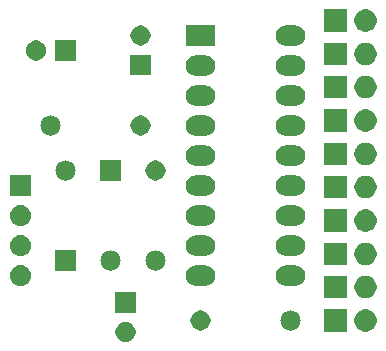
<source format=gbr>
G04 #@! TF.GenerationSoftware,KiCad,Pcbnew,(5.1.4-0-10_14)*
G04 #@! TF.CreationDate,2019-08-30T09:08:26-07:00*
G04 #@! TF.ProjectId,VUMeter,56554d65-7465-4722-9e6b-696361645f70,rev?*
G04 #@! TF.SameCoordinates,Original*
G04 #@! TF.FileFunction,Soldermask,Top*
G04 #@! TF.FilePolarity,Negative*
%FSLAX46Y46*%
G04 Gerber Fmt 4.6, Leading zero omitted, Abs format (unit mm)*
G04 Created by KiCad (PCBNEW (5.1.4-0-10_14)) date 2019-08-30 09:08:26*
%MOMM*%
%LPD*%
G04 APERTURE LIST*
%ADD10C,0.100000*%
G04 APERTURE END LIST*
D10*
G36*
X76448228Y-96677703D02*
G01*
X76603100Y-96741853D01*
X76742481Y-96834985D01*
X76861015Y-96953519D01*
X76954147Y-97092900D01*
X77018297Y-97247772D01*
X77051000Y-97412184D01*
X77051000Y-97579816D01*
X77018297Y-97744228D01*
X76954147Y-97899100D01*
X76861015Y-98038481D01*
X76742481Y-98157015D01*
X76603100Y-98250147D01*
X76448228Y-98314297D01*
X76283816Y-98347000D01*
X76116184Y-98347000D01*
X75951772Y-98314297D01*
X75796900Y-98250147D01*
X75657519Y-98157015D01*
X75538985Y-98038481D01*
X75445853Y-97899100D01*
X75381703Y-97744228D01*
X75349000Y-97579816D01*
X75349000Y-97412184D01*
X75381703Y-97247772D01*
X75445853Y-97092900D01*
X75538985Y-96953519D01*
X75657519Y-96834985D01*
X75796900Y-96741853D01*
X75951772Y-96677703D01*
X76116184Y-96645000D01*
X76283816Y-96645000D01*
X76448228Y-96677703D01*
X76448228Y-96677703D01*
G37*
G36*
X96797395Y-95605546D02*
G01*
X96970466Y-95677234D01*
X96976572Y-95681314D01*
X97126227Y-95781310D01*
X97258690Y-95913773D01*
X97301284Y-95977520D01*
X97362766Y-96069534D01*
X97434454Y-96242605D01*
X97471000Y-96426333D01*
X97471000Y-96613667D01*
X97434454Y-96797395D01*
X97362766Y-96970466D01*
X97362765Y-96970467D01*
X97258690Y-97126227D01*
X97126227Y-97258690D01*
X97103092Y-97274148D01*
X96970466Y-97362766D01*
X96797395Y-97434454D01*
X96613667Y-97471000D01*
X96426333Y-97471000D01*
X96242605Y-97434454D01*
X96069534Y-97362766D01*
X95936908Y-97274148D01*
X95913773Y-97258690D01*
X95781310Y-97126227D01*
X95677235Y-96970467D01*
X95677234Y-96970466D01*
X95605546Y-96797395D01*
X95569000Y-96613667D01*
X95569000Y-96426333D01*
X95605546Y-96242605D01*
X95677234Y-96069534D01*
X95738716Y-95977520D01*
X95781310Y-95913773D01*
X95913773Y-95781310D01*
X96063428Y-95681314D01*
X96069534Y-95677234D01*
X96242605Y-95605546D01*
X96426333Y-95569000D01*
X96613667Y-95569000D01*
X96797395Y-95605546D01*
X96797395Y-95605546D01*
G37*
G36*
X94931000Y-97471000D02*
G01*
X93029000Y-97471000D01*
X93029000Y-95569000D01*
X94931000Y-95569000D01*
X94931000Y-97471000D01*
X94931000Y-97471000D01*
G37*
G36*
X90336823Y-95681313D02*
G01*
X90497242Y-95729976D01*
X90564361Y-95765852D01*
X90645078Y-95808996D01*
X90774659Y-95915341D01*
X90881004Y-96044922D01*
X90881005Y-96044924D01*
X90960024Y-96192758D01*
X91008687Y-96353177D01*
X91025117Y-96520000D01*
X91008687Y-96686823D01*
X90960024Y-96847242D01*
X90919477Y-96923100D01*
X90881004Y-96995078D01*
X90774659Y-97124659D01*
X90645078Y-97231004D01*
X90645076Y-97231005D01*
X90497242Y-97310024D01*
X90336823Y-97358687D01*
X90211804Y-97371000D01*
X90128196Y-97371000D01*
X90003177Y-97358687D01*
X89842758Y-97310024D01*
X89694924Y-97231005D01*
X89694922Y-97231004D01*
X89565341Y-97124659D01*
X89458996Y-96995078D01*
X89420523Y-96923100D01*
X89379976Y-96847242D01*
X89331313Y-96686823D01*
X89314883Y-96520000D01*
X89331313Y-96353177D01*
X89379976Y-96192758D01*
X89458995Y-96044924D01*
X89458996Y-96044922D01*
X89565341Y-95915341D01*
X89694922Y-95808996D01*
X89775639Y-95765852D01*
X89842758Y-95729976D01*
X90003177Y-95681313D01*
X90128196Y-95669000D01*
X90211804Y-95669000D01*
X90336823Y-95681313D01*
X90336823Y-95681313D01*
G37*
G36*
X82798228Y-95701703D02*
G01*
X82953100Y-95765853D01*
X83092481Y-95858985D01*
X83211015Y-95977519D01*
X83304147Y-96116900D01*
X83368297Y-96271772D01*
X83401000Y-96436184D01*
X83401000Y-96603816D01*
X83368297Y-96768228D01*
X83304147Y-96923100D01*
X83211015Y-97062481D01*
X83092481Y-97181015D01*
X82953100Y-97274147D01*
X82798228Y-97338297D01*
X82633816Y-97371000D01*
X82466184Y-97371000D01*
X82301772Y-97338297D01*
X82146900Y-97274147D01*
X82007519Y-97181015D01*
X81888985Y-97062481D01*
X81795853Y-96923100D01*
X81731703Y-96768228D01*
X81699000Y-96603816D01*
X81699000Y-96436184D01*
X81731703Y-96271772D01*
X81795853Y-96116900D01*
X81888985Y-95977519D01*
X82007519Y-95858985D01*
X82146900Y-95765853D01*
X82301772Y-95701703D01*
X82466184Y-95669000D01*
X82633816Y-95669000D01*
X82798228Y-95701703D01*
X82798228Y-95701703D01*
G37*
G36*
X77051000Y-95847000D02*
G01*
X75349000Y-95847000D01*
X75349000Y-94145000D01*
X77051000Y-94145000D01*
X77051000Y-95847000D01*
X77051000Y-95847000D01*
G37*
G36*
X94931000Y-94648776D02*
G01*
X93029000Y-94648776D01*
X93029000Y-92746776D01*
X94931000Y-92746776D01*
X94931000Y-94648776D01*
X94931000Y-94648776D01*
G37*
G36*
X96797395Y-92783322D02*
G01*
X96970466Y-92855010D01*
X96970467Y-92855011D01*
X97126227Y-92959086D01*
X97258690Y-93091549D01*
X97258691Y-93091551D01*
X97362766Y-93247310D01*
X97434454Y-93420381D01*
X97471000Y-93604109D01*
X97471000Y-93791443D01*
X97434454Y-93975171D01*
X97362766Y-94148242D01*
X97362765Y-94148243D01*
X97258690Y-94304003D01*
X97126227Y-94436466D01*
X97047818Y-94488857D01*
X96970466Y-94540542D01*
X96797395Y-94612230D01*
X96613667Y-94648776D01*
X96426333Y-94648776D01*
X96242605Y-94612230D01*
X96069534Y-94540542D01*
X95992182Y-94488857D01*
X95913773Y-94436466D01*
X95781310Y-94304003D01*
X95677235Y-94148243D01*
X95677234Y-94148242D01*
X95605546Y-93975171D01*
X95569000Y-93791443D01*
X95569000Y-93604109D01*
X95605546Y-93420381D01*
X95677234Y-93247310D01*
X95781309Y-93091551D01*
X95781310Y-93091549D01*
X95913773Y-92959086D01*
X96069533Y-92855011D01*
X96069534Y-92855010D01*
X96242605Y-92783322D01*
X96426333Y-92746776D01*
X96613667Y-92746776D01*
X96797395Y-92783322D01*
X96797395Y-92783322D01*
G37*
G36*
X67420442Y-91815518D02*
G01*
X67486627Y-91822037D01*
X67656466Y-91873557D01*
X67812991Y-91957222D01*
X67848729Y-91986552D01*
X67950186Y-92069814D01*
X68033448Y-92171271D01*
X68062778Y-92207009D01*
X68146443Y-92363534D01*
X68197963Y-92533373D01*
X68215359Y-92710000D01*
X68197963Y-92886627D01*
X68146443Y-93056466D01*
X68062778Y-93212991D01*
X68034614Y-93247309D01*
X67950186Y-93350186D01*
X67848729Y-93433448D01*
X67812991Y-93462778D01*
X67656466Y-93546443D01*
X67486627Y-93597963D01*
X67424225Y-93604109D01*
X67354260Y-93611000D01*
X67265740Y-93611000D01*
X67195775Y-93604109D01*
X67133373Y-93597963D01*
X66963534Y-93546443D01*
X66807009Y-93462778D01*
X66771271Y-93433448D01*
X66669814Y-93350186D01*
X66585386Y-93247309D01*
X66557222Y-93212991D01*
X66473557Y-93056466D01*
X66422037Y-92886627D01*
X66404641Y-92710000D01*
X66422037Y-92533373D01*
X66473557Y-92363534D01*
X66557222Y-92207009D01*
X66586552Y-92171271D01*
X66669814Y-92069814D01*
X66771271Y-91986552D01*
X66807009Y-91957222D01*
X66963534Y-91873557D01*
X67133373Y-91822037D01*
X67199558Y-91815518D01*
X67265740Y-91809000D01*
X67354260Y-91809000D01*
X67420442Y-91815518D01*
X67420442Y-91815518D01*
G37*
G36*
X90736823Y-91871313D02*
G01*
X90897242Y-91919976D01*
X90966922Y-91957221D01*
X91045078Y-91998996D01*
X91174659Y-92105341D01*
X91281004Y-92234922D01*
X91281005Y-92234924D01*
X91360024Y-92382758D01*
X91408687Y-92543177D01*
X91425117Y-92710000D01*
X91408687Y-92876823D01*
X91360024Y-93037242D01*
X91349747Y-93056468D01*
X91281004Y-93185078D01*
X91174659Y-93314659D01*
X91045078Y-93421004D01*
X91045076Y-93421005D01*
X90897242Y-93500024D01*
X90736823Y-93548687D01*
X90611804Y-93561000D01*
X89728196Y-93561000D01*
X89603177Y-93548687D01*
X89442758Y-93500024D01*
X89294924Y-93421005D01*
X89294922Y-93421004D01*
X89165341Y-93314659D01*
X89058996Y-93185078D01*
X88990253Y-93056468D01*
X88979976Y-93037242D01*
X88931313Y-92876823D01*
X88914883Y-92710000D01*
X88931313Y-92543177D01*
X88979976Y-92382758D01*
X89058995Y-92234924D01*
X89058996Y-92234922D01*
X89165341Y-92105341D01*
X89294922Y-91998996D01*
X89373078Y-91957221D01*
X89442758Y-91919976D01*
X89603177Y-91871313D01*
X89728196Y-91859000D01*
X90611804Y-91859000D01*
X90736823Y-91871313D01*
X90736823Y-91871313D01*
G37*
G36*
X83116823Y-91871313D02*
G01*
X83277242Y-91919976D01*
X83346922Y-91957221D01*
X83425078Y-91998996D01*
X83554659Y-92105341D01*
X83661004Y-92234922D01*
X83661005Y-92234924D01*
X83740024Y-92382758D01*
X83788687Y-92543177D01*
X83805117Y-92710000D01*
X83788687Y-92876823D01*
X83740024Y-93037242D01*
X83729747Y-93056468D01*
X83661004Y-93185078D01*
X83554659Y-93314659D01*
X83425078Y-93421004D01*
X83425076Y-93421005D01*
X83277242Y-93500024D01*
X83116823Y-93548687D01*
X82991804Y-93561000D01*
X82108196Y-93561000D01*
X81983177Y-93548687D01*
X81822758Y-93500024D01*
X81674924Y-93421005D01*
X81674922Y-93421004D01*
X81545341Y-93314659D01*
X81438996Y-93185078D01*
X81370253Y-93056468D01*
X81359976Y-93037242D01*
X81311313Y-92876823D01*
X81294883Y-92710000D01*
X81311313Y-92543177D01*
X81359976Y-92382758D01*
X81438995Y-92234924D01*
X81438996Y-92234922D01*
X81545341Y-92105341D01*
X81674922Y-91998996D01*
X81753078Y-91957221D01*
X81822758Y-91919976D01*
X81983177Y-91871313D01*
X82108196Y-91859000D01*
X82991804Y-91859000D01*
X83116823Y-91871313D01*
X83116823Y-91871313D01*
G37*
G36*
X78906823Y-90601313D02*
G01*
X79067242Y-90649976D01*
X79199906Y-90720886D01*
X79215078Y-90728996D01*
X79344659Y-90835341D01*
X79451004Y-90964922D01*
X79451005Y-90964924D01*
X79530024Y-91112758D01*
X79578687Y-91273177D01*
X79595117Y-91440000D01*
X79578687Y-91606823D01*
X79530024Y-91767242D01*
X79500735Y-91822037D01*
X79451004Y-91915078D01*
X79344659Y-92044659D01*
X79215078Y-92151004D01*
X79215076Y-92151005D01*
X79067242Y-92230024D01*
X78906823Y-92278687D01*
X78781804Y-92291000D01*
X78698196Y-92291000D01*
X78573177Y-92278687D01*
X78412758Y-92230024D01*
X78264924Y-92151005D01*
X78264922Y-92151004D01*
X78135341Y-92044659D01*
X78028996Y-91915078D01*
X77979265Y-91822037D01*
X77949976Y-91767242D01*
X77901313Y-91606823D01*
X77884883Y-91440000D01*
X77901313Y-91273177D01*
X77949976Y-91112758D01*
X78028995Y-90964924D01*
X78028996Y-90964922D01*
X78135341Y-90835341D01*
X78264922Y-90728996D01*
X78280094Y-90720886D01*
X78412758Y-90649976D01*
X78573177Y-90601313D01*
X78698196Y-90589000D01*
X78781804Y-90589000D01*
X78906823Y-90601313D01*
X78906823Y-90601313D01*
G37*
G36*
X75096823Y-90601313D02*
G01*
X75257242Y-90649976D01*
X75389906Y-90720886D01*
X75405078Y-90728996D01*
X75534659Y-90835341D01*
X75641004Y-90964922D01*
X75641005Y-90964924D01*
X75720024Y-91112758D01*
X75768687Y-91273177D01*
X75785117Y-91440000D01*
X75768687Y-91606823D01*
X75720024Y-91767242D01*
X75690735Y-91822037D01*
X75641004Y-91915078D01*
X75534659Y-92044659D01*
X75405078Y-92151004D01*
X75405076Y-92151005D01*
X75257242Y-92230024D01*
X75096823Y-92278687D01*
X74971804Y-92291000D01*
X74888196Y-92291000D01*
X74763177Y-92278687D01*
X74602758Y-92230024D01*
X74454924Y-92151005D01*
X74454922Y-92151004D01*
X74325341Y-92044659D01*
X74218996Y-91915078D01*
X74169265Y-91822037D01*
X74139976Y-91767242D01*
X74091313Y-91606823D01*
X74074883Y-91440000D01*
X74091313Y-91273177D01*
X74139976Y-91112758D01*
X74218995Y-90964924D01*
X74218996Y-90964922D01*
X74325341Y-90835341D01*
X74454922Y-90728996D01*
X74470094Y-90720886D01*
X74602758Y-90649976D01*
X74763177Y-90601313D01*
X74888196Y-90589000D01*
X74971804Y-90589000D01*
X75096823Y-90601313D01*
X75096823Y-90601313D01*
G37*
G36*
X71971000Y-92291000D02*
G01*
X70269000Y-92291000D01*
X70269000Y-90589000D01*
X71971000Y-90589000D01*
X71971000Y-92291000D01*
X71971000Y-92291000D01*
G37*
G36*
X94931000Y-91826554D02*
G01*
X93029000Y-91826554D01*
X93029000Y-89924554D01*
X94931000Y-89924554D01*
X94931000Y-91826554D01*
X94931000Y-91826554D01*
G37*
G36*
X96797395Y-89961100D02*
G01*
X96970466Y-90032788D01*
X96970467Y-90032789D01*
X97126227Y-90136864D01*
X97258690Y-90269327D01*
X97310339Y-90346625D01*
X97362766Y-90425088D01*
X97434454Y-90598159D01*
X97471000Y-90781887D01*
X97471000Y-90969221D01*
X97434454Y-91152949D01*
X97362766Y-91326020D01*
X97362765Y-91326021D01*
X97258690Y-91481781D01*
X97126227Y-91614244D01*
X97047818Y-91666635D01*
X96970466Y-91718320D01*
X96797395Y-91790008D01*
X96613667Y-91826554D01*
X96426333Y-91826554D01*
X96242605Y-91790008D01*
X96069534Y-91718320D01*
X95992182Y-91666635D01*
X95913773Y-91614244D01*
X95781310Y-91481781D01*
X95677235Y-91326021D01*
X95677234Y-91326020D01*
X95605546Y-91152949D01*
X95569000Y-90969221D01*
X95569000Y-90781887D01*
X95605546Y-90598159D01*
X95677234Y-90425088D01*
X95729661Y-90346625D01*
X95781310Y-90269327D01*
X95913773Y-90136864D01*
X96069533Y-90032789D01*
X96069534Y-90032788D01*
X96242605Y-89961100D01*
X96426333Y-89924554D01*
X96613667Y-89924554D01*
X96797395Y-89961100D01*
X96797395Y-89961100D01*
G37*
G36*
X67420443Y-89275519D02*
G01*
X67486627Y-89282037D01*
X67656466Y-89333557D01*
X67812991Y-89417222D01*
X67848729Y-89446552D01*
X67950186Y-89529814D01*
X68033448Y-89631271D01*
X68062778Y-89667009D01*
X68146443Y-89823534D01*
X68197963Y-89993373D01*
X68215359Y-90170000D01*
X68197963Y-90346627D01*
X68146443Y-90516466D01*
X68062778Y-90672991D01*
X68033448Y-90708729D01*
X67950186Y-90810186D01*
X67848729Y-90893448D01*
X67812991Y-90922778D01*
X67656466Y-91006443D01*
X67486627Y-91057963D01*
X67420442Y-91064482D01*
X67354260Y-91071000D01*
X67265740Y-91071000D01*
X67199558Y-91064482D01*
X67133373Y-91057963D01*
X66963534Y-91006443D01*
X66807009Y-90922778D01*
X66771271Y-90893448D01*
X66669814Y-90810186D01*
X66586552Y-90708729D01*
X66557222Y-90672991D01*
X66473557Y-90516466D01*
X66422037Y-90346627D01*
X66404641Y-90170000D01*
X66422037Y-89993373D01*
X66473557Y-89823534D01*
X66557222Y-89667009D01*
X66586552Y-89631271D01*
X66669814Y-89529814D01*
X66771271Y-89446552D01*
X66807009Y-89417222D01*
X66963534Y-89333557D01*
X67133373Y-89282037D01*
X67199557Y-89275519D01*
X67265740Y-89269000D01*
X67354260Y-89269000D01*
X67420443Y-89275519D01*
X67420443Y-89275519D01*
G37*
G36*
X90736823Y-89331313D02*
G01*
X90897242Y-89379976D01*
X90966922Y-89417221D01*
X91045078Y-89458996D01*
X91174659Y-89565341D01*
X91281004Y-89694922D01*
X91281005Y-89694924D01*
X91360024Y-89842758D01*
X91408687Y-90003177D01*
X91425117Y-90170000D01*
X91408687Y-90336823D01*
X91360024Y-90497242D01*
X91349747Y-90516468D01*
X91281004Y-90645078D01*
X91174659Y-90774659D01*
X91045078Y-90881004D01*
X91045076Y-90881005D01*
X90897242Y-90960024D01*
X90736823Y-91008687D01*
X90611804Y-91021000D01*
X89728196Y-91021000D01*
X89603177Y-91008687D01*
X89442758Y-90960024D01*
X89294924Y-90881005D01*
X89294922Y-90881004D01*
X89165341Y-90774659D01*
X89058996Y-90645078D01*
X88990253Y-90516468D01*
X88979976Y-90497242D01*
X88931313Y-90336823D01*
X88914883Y-90170000D01*
X88931313Y-90003177D01*
X88979976Y-89842758D01*
X89058995Y-89694924D01*
X89058996Y-89694922D01*
X89165341Y-89565341D01*
X89294922Y-89458996D01*
X89373078Y-89417221D01*
X89442758Y-89379976D01*
X89603177Y-89331313D01*
X89728196Y-89319000D01*
X90611804Y-89319000D01*
X90736823Y-89331313D01*
X90736823Y-89331313D01*
G37*
G36*
X83116823Y-89331313D02*
G01*
X83277242Y-89379976D01*
X83346922Y-89417221D01*
X83425078Y-89458996D01*
X83554659Y-89565341D01*
X83661004Y-89694922D01*
X83661005Y-89694924D01*
X83740024Y-89842758D01*
X83788687Y-90003177D01*
X83805117Y-90170000D01*
X83788687Y-90336823D01*
X83740024Y-90497242D01*
X83729747Y-90516468D01*
X83661004Y-90645078D01*
X83554659Y-90774659D01*
X83425078Y-90881004D01*
X83425076Y-90881005D01*
X83277242Y-90960024D01*
X83116823Y-91008687D01*
X82991804Y-91021000D01*
X82108196Y-91021000D01*
X81983177Y-91008687D01*
X81822758Y-90960024D01*
X81674924Y-90881005D01*
X81674922Y-90881004D01*
X81545341Y-90774659D01*
X81438996Y-90645078D01*
X81370253Y-90516468D01*
X81359976Y-90497242D01*
X81311313Y-90336823D01*
X81294883Y-90170000D01*
X81311313Y-90003177D01*
X81359976Y-89842758D01*
X81438995Y-89694924D01*
X81438996Y-89694922D01*
X81545341Y-89565341D01*
X81674922Y-89458996D01*
X81753078Y-89417221D01*
X81822758Y-89379976D01*
X81983177Y-89331313D01*
X82108196Y-89319000D01*
X82991804Y-89319000D01*
X83116823Y-89331313D01*
X83116823Y-89331313D01*
G37*
G36*
X94931000Y-89004332D02*
G01*
X93029000Y-89004332D01*
X93029000Y-87102332D01*
X94931000Y-87102332D01*
X94931000Y-89004332D01*
X94931000Y-89004332D01*
G37*
G36*
X96797395Y-87138878D02*
G01*
X96970466Y-87210566D01*
X96970467Y-87210567D01*
X97126227Y-87314642D01*
X97258690Y-87447105D01*
X97269429Y-87463177D01*
X97362766Y-87602866D01*
X97434454Y-87775937D01*
X97471000Y-87959665D01*
X97471000Y-88146999D01*
X97434454Y-88330727D01*
X97362766Y-88503798D01*
X97362765Y-88503799D01*
X97258690Y-88659559D01*
X97126227Y-88792022D01*
X97047818Y-88844413D01*
X96970466Y-88896098D01*
X96797395Y-88967786D01*
X96613667Y-89004332D01*
X96426333Y-89004332D01*
X96242605Y-88967786D01*
X96069534Y-88896098D01*
X95992182Y-88844413D01*
X95913773Y-88792022D01*
X95781310Y-88659559D01*
X95677235Y-88503799D01*
X95677234Y-88503798D01*
X95605546Y-88330727D01*
X95569000Y-88146999D01*
X95569000Y-87959665D01*
X95605546Y-87775937D01*
X95677234Y-87602866D01*
X95770571Y-87463177D01*
X95781310Y-87447105D01*
X95913773Y-87314642D01*
X96069533Y-87210567D01*
X96069534Y-87210566D01*
X96242605Y-87138878D01*
X96426333Y-87102332D01*
X96613667Y-87102332D01*
X96797395Y-87138878D01*
X96797395Y-87138878D01*
G37*
G36*
X67420442Y-86735518D02*
G01*
X67486627Y-86742037D01*
X67656466Y-86793557D01*
X67812991Y-86877222D01*
X67848729Y-86906552D01*
X67950186Y-86989814D01*
X68033448Y-87091271D01*
X68062778Y-87127009D01*
X68146443Y-87283534D01*
X68197963Y-87453373D01*
X68215359Y-87630000D01*
X68197963Y-87806627D01*
X68146443Y-87976466D01*
X68062778Y-88132991D01*
X68033448Y-88168729D01*
X67950186Y-88270186D01*
X67848729Y-88353448D01*
X67812991Y-88382778D01*
X67656466Y-88466443D01*
X67486627Y-88517963D01*
X67420442Y-88524482D01*
X67354260Y-88531000D01*
X67265740Y-88531000D01*
X67199558Y-88524482D01*
X67133373Y-88517963D01*
X66963534Y-88466443D01*
X66807009Y-88382778D01*
X66771271Y-88353448D01*
X66669814Y-88270186D01*
X66586552Y-88168729D01*
X66557222Y-88132991D01*
X66473557Y-87976466D01*
X66422037Y-87806627D01*
X66404641Y-87630000D01*
X66422037Y-87453373D01*
X66473557Y-87283534D01*
X66557222Y-87127009D01*
X66586552Y-87091271D01*
X66669814Y-86989814D01*
X66771271Y-86906552D01*
X66807009Y-86877222D01*
X66963534Y-86793557D01*
X67133373Y-86742037D01*
X67199558Y-86735518D01*
X67265740Y-86729000D01*
X67354260Y-86729000D01*
X67420442Y-86735518D01*
X67420442Y-86735518D01*
G37*
G36*
X83116823Y-86791313D02*
G01*
X83277242Y-86839976D01*
X83346922Y-86877221D01*
X83425078Y-86918996D01*
X83554659Y-87025341D01*
X83661004Y-87154922D01*
X83661005Y-87154924D01*
X83740024Y-87302758D01*
X83788687Y-87463177D01*
X83805117Y-87630000D01*
X83788687Y-87796823D01*
X83740024Y-87957242D01*
X83729747Y-87976468D01*
X83661004Y-88105078D01*
X83554659Y-88234659D01*
X83425078Y-88341004D01*
X83425076Y-88341005D01*
X83277242Y-88420024D01*
X83116823Y-88468687D01*
X82991804Y-88481000D01*
X82108196Y-88481000D01*
X81983177Y-88468687D01*
X81822758Y-88420024D01*
X81674924Y-88341005D01*
X81674922Y-88341004D01*
X81545341Y-88234659D01*
X81438996Y-88105078D01*
X81370253Y-87976468D01*
X81359976Y-87957242D01*
X81311313Y-87796823D01*
X81294883Y-87630000D01*
X81311313Y-87463177D01*
X81359976Y-87302758D01*
X81438995Y-87154924D01*
X81438996Y-87154922D01*
X81545341Y-87025341D01*
X81674922Y-86918996D01*
X81753078Y-86877221D01*
X81822758Y-86839976D01*
X81983177Y-86791313D01*
X82108196Y-86779000D01*
X82991804Y-86779000D01*
X83116823Y-86791313D01*
X83116823Y-86791313D01*
G37*
G36*
X90736823Y-86791313D02*
G01*
X90897242Y-86839976D01*
X90966922Y-86877221D01*
X91045078Y-86918996D01*
X91174659Y-87025341D01*
X91281004Y-87154922D01*
X91281005Y-87154924D01*
X91360024Y-87302758D01*
X91408687Y-87463177D01*
X91425117Y-87630000D01*
X91408687Y-87796823D01*
X91360024Y-87957242D01*
X91349747Y-87976468D01*
X91281004Y-88105078D01*
X91174659Y-88234659D01*
X91045078Y-88341004D01*
X91045076Y-88341005D01*
X90897242Y-88420024D01*
X90736823Y-88468687D01*
X90611804Y-88481000D01*
X89728196Y-88481000D01*
X89603177Y-88468687D01*
X89442758Y-88420024D01*
X89294924Y-88341005D01*
X89294922Y-88341004D01*
X89165341Y-88234659D01*
X89058996Y-88105078D01*
X88990253Y-87976468D01*
X88979976Y-87957242D01*
X88931313Y-87796823D01*
X88914883Y-87630000D01*
X88931313Y-87463177D01*
X88979976Y-87302758D01*
X89058995Y-87154924D01*
X89058996Y-87154922D01*
X89165341Y-87025341D01*
X89294922Y-86918996D01*
X89373078Y-86877221D01*
X89442758Y-86839976D01*
X89603177Y-86791313D01*
X89728196Y-86779000D01*
X90611804Y-86779000D01*
X90736823Y-86791313D01*
X90736823Y-86791313D01*
G37*
G36*
X96797395Y-84316656D02*
G01*
X96970466Y-84388344D01*
X96970467Y-84388345D01*
X97126227Y-84492420D01*
X97258690Y-84624883D01*
X97267653Y-84638297D01*
X97362766Y-84780644D01*
X97434454Y-84953715D01*
X97471000Y-85137443D01*
X97471000Y-85324777D01*
X97434454Y-85508505D01*
X97362766Y-85681576D01*
X97362765Y-85681577D01*
X97258690Y-85837337D01*
X97126227Y-85969800D01*
X97094499Y-85991000D01*
X96970466Y-86073876D01*
X96797395Y-86145564D01*
X96613667Y-86182110D01*
X96426333Y-86182110D01*
X96242605Y-86145564D01*
X96069534Y-86073876D01*
X95945501Y-85991000D01*
X95913773Y-85969800D01*
X95781310Y-85837337D01*
X95677235Y-85681577D01*
X95677234Y-85681576D01*
X95605546Y-85508505D01*
X95569000Y-85324777D01*
X95569000Y-85137443D01*
X95605546Y-84953715D01*
X95677234Y-84780644D01*
X95772347Y-84638297D01*
X95781310Y-84624883D01*
X95913773Y-84492420D01*
X96069533Y-84388345D01*
X96069534Y-84388344D01*
X96242605Y-84316656D01*
X96426333Y-84280110D01*
X96613667Y-84280110D01*
X96797395Y-84316656D01*
X96797395Y-84316656D01*
G37*
G36*
X94931000Y-86182110D02*
G01*
X93029000Y-86182110D01*
X93029000Y-84280110D01*
X94931000Y-84280110D01*
X94931000Y-86182110D01*
X94931000Y-86182110D01*
G37*
G36*
X68211000Y-85991000D02*
G01*
X66409000Y-85991000D01*
X66409000Y-84189000D01*
X68211000Y-84189000D01*
X68211000Y-85991000D01*
X68211000Y-85991000D01*
G37*
G36*
X90736823Y-84251313D02*
G01*
X90897242Y-84299976D01*
X91029906Y-84370886D01*
X91045078Y-84378996D01*
X91174659Y-84485341D01*
X91281004Y-84614922D01*
X91281005Y-84614924D01*
X91360024Y-84762758D01*
X91408687Y-84923177D01*
X91425117Y-85090000D01*
X91408687Y-85256823D01*
X91360024Y-85417242D01*
X91311243Y-85508505D01*
X91281004Y-85565078D01*
X91174659Y-85694659D01*
X91045078Y-85801004D01*
X91045076Y-85801005D01*
X90897242Y-85880024D01*
X90736823Y-85928687D01*
X90611804Y-85941000D01*
X89728196Y-85941000D01*
X89603177Y-85928687D01*
X89442758Y-85880024D01*
X89294924Y-85801005D01*
X89294922Y-85801004D01*
X89165341Y-85694659D01*
X89058996Y-85565078D01*
X89028757Y-85508505D01*
X88979976Y-85417242D01*
X88931313Y-85256823D01*
X88914883Y-85090000D01*
X88931313Y-84923177D01*
X88979976Y-84762758D01*
X89058995Y-84614924D01*
X89058996Y-84614922D01*
X89165341Y-84485341D01*
X89294922Y-84378996D01*
X89310094Y-84370886D01*
X89442758Y-84299976D01*
X89603177Y-84251313D01*
X89728196Y-84239000D01*
X90611804Y-84239000D01*
X90736823Y-84251313D01*
X90736823Y-84251313D01*
G37*
G36*
X83116823Y-84251313D02*
G01*
X83277242Y-84299976D01*
X83409906Y-84370886D01*
X83425078Y-84378996D01*
X83554659Y-84485341D01*
X83661004Y-84614922D01*
X83661005Y-84614924D01*
X83740024Y-84762758D01*
X83788687Y-84923177D01*
X83805117Y-85090000D01*
X83788687Y-85256823D01*
X83740024Y-85417242D01*
X83691243Y-85508505D01*
X83661004Y-85565078D01*
X83554659Y-85694659D01*
X83425078Y-85801004D01*
X83425076Y-85801005D01*
X83277242Y-85880024D01*
X83116823Y-85928687D01*
X82991804Y-85941000D01*
X82108196Y-85941000D01*
X81983177Y-85928687D01*
X81822758Y-85880024D01*
X81674924Y-85801005D01*
X81674922Y-85801004D01*
X81545341Y-85694659D01*
X81438996Y-85565078D01*
X81408757Y-85508505D01*
X81359976Y-85417242D01*
X81311313Y-85256823D01*
X81294883Y-85090000D01*
X81311313Y-84923177D01*
X81359976Y-84762758D01*
X81438995Y-84614924D01*
X81438996Y-84614922D01*
X81545341Y-84485341D01*
X81674922Y-84378996D01*
X81690094Y-84370886D01*
X81822758Y-84299976D01*
X81983177Y-84251313D01*
X82108196Y-84239000D01*
X82991804Y-84239000D01*
X83116823Y-84251313D01*
X83116823Y-84251313D01*
G37*
G36*
X78988228Y-83001703D02*
G01*
X79143100Y-83065853D01*
X79282481Y-83158985D01*
X79401015Y-83277519D01*
X79494147Y-83416900D01*
X79558297Y-83571772D01*
X79591000Y-83736184D01*
X79591000Y-83903816D01*
X79558297Y-84068228D01*
X79494147Y-84223100D01*
X79401015Y-84362481D01*
X79282481Y-84481015D01*
X79143100Y-84574147D01*
X78988228Y-84638297D01*
X78823816Y-84671000D01*
X78656184Y-84671000D01*
X78491772Y-84638297D01*
X78336900Y-84574147D01*
X78197519Y-84481015D01*
X78078985Y-84362481D01*
X77985853Y-84223100D01*
X77921703Y-84068228D01*
X77889000Y-83903816D01*
X77889000Y-83736184D01*
X77921703Y-83571772D01*
X77985853Y-83416900D01*
X78078985Y-83277519D01*
X78197519Y-83158985D01*
X78336900Y-83065853D01*
X78491772Y-83001703D01*
X78656184Y-82969000D01*
X78823816Y-82969000D01*
X78988228Y-83001703D01*
X78988228Y-83001703D01*
G37*
G36*
X71286823Y-82981313D02*
G01*
X71447242Y-83029976D01*
X71514361Y-83065852D01*
X71595078Y-83108996D01*
X71724659Y-83215341D01*
X71831004Y-83344922D01*
X71831005Y-83344924D01*
X71910024Y-83492758D01*
X71958687Y-83653177D01*
X71975117Y-83820000D01*
X71958687Y-83986823D01*
X71910024Y-84147242D01*
X71869477Y-84223100D01*
X71831004Y-84295078D01*
X71724659Y-84424659D01*
X71595078Y-84531004D01*
X71595076Y-84531005D01*
X71447242Y-84610024D01*
X71286823Y-84658687D01*
X71161804Y-84671000D01*
X71078196Y-84671000D01*
X70953177Y-84658687D01*
X70792758Y-84610024D01*
X70644924Y-84531005D01*
X70644922Y-84531004D01*
X70515341Y-84424659D01*
X70408996Y-84295078D01*
X70370523Y-84223100D01*
X70329976Y-84147242D01*
X70281313Y-83986823D01*
X70264883Y-83820000D01*
X70281313Y-83653177D01*
X70329976Y-83492758D01*
X70408995Y-83344924D01*
X70408996Y-83344922D01*
X70515341Y-83215341D01*
X70644922Y-83108996D01*
X70725639Y-83065852D01*
X70792758Y-83029976D01*
X70953177Y-82981313D01*
X71078196Y-82969000D01*
X71161804Y-82969000D01*
X71286823Y-82981313D01*
X71286823Y-82981313D01*
G37*
G36*
X75781000Y-84671000D02*
G01*
X74079000Y-84671000D01*
X74079000Y-82969000D01*
X75781000Y-82969000D01*
X75781000Y-84671000D01*
X75781000Y-84671000D01*
G37*
G36*
X83116823Y-81711313D02*
G01*
X83277242Y-81759976D01*
X83409906Y-81830886D01*
X83425078Y-81838996D01*
X83554659Y-81945341D01*
X83661004Y-82074922D01*
X83661005Y-82074924D01*
X83740024Y-82222758D01*
X83788687Y-82383177D01*
X83805117Y-82550000D01*
X83788687Y-82716823D01*
X83740024Y-82877242D01*
X83690978Y-82969000D01*
X83661004Y-83025078D01*
X83554659Y-83154659D01*
X83425078Y-83261004D01*
X83425076Y-83261005D01*
X83277242Y-83340024D01*
X83116823Y-83388687D01*
X82991804Y-83401000D01*
X82108196Y-83401000D01*
X81983177Y-83388687D01*
X81822758Y-83340024D01*
X81674924Y-83261005D01*
X81674922Y-83261004D01*
X81545341Y-83154659D01*
X81438996Y-83025078D01*
X81409022Y-82969000D01*
X81359976Y-82877242D01*
X81311313Y-82716823D01*
X81294883Y-82550000D01*
X81311313Y-82383177D01*
X81359976Y-82222758D01*
X81438995Y-82074924D01*
X81438996Y-82074922D01*
X81545341Y-81945341D01*
X81674922Y-81838996D01*
X81690094Y-81830886D01*
X81822758Y-81759976D01*
X81983177Y-81711313D01*
X82108196Y-81699000D01*
X82991804Y-81699000D01*
X83116823Y-81711313D01*
X83116823Y-81711313D01*
G37*
G36*
X90736823Y-81711313D02*
G01*
X90897242Y-81759976D01*
X91029906Y-81830886D01*
X91045078Y-81838996D01*
X91174659Y-81945341D01*
X91281004Y-82074922D01*
X91281005Y-82074924D01*
X91360024Y-82222758D01*
X91408687Y-82383177D01*
X91425117Y-82550000D01*
X91408687Y-82716823D01*
X91360024Y-82877242D01*
X91310978Y-82969000D01*
X91281004Y-83025078D01*
X91174659Y-83154659D01*
X91045078Y-83261004D01*
X91045076Y-83261005D01*
X90897242Y-83340024D01*
X90736823Y-83388687D01*
X90611804Y-83401000D01*
X89728196Y-83401000D01*
X89603177Y-83388687D01*
X89442758Y-83340024D01*
X89294924Y-83261005D01*
X89294922Y-83261004D01*
X89165341Y-83154659D01*
X89058996Y-83025078D01*
X89029022Y-82969000D01*
X88979976Y-82877242D01*
X88931313Y-82716823D01*
X88914883Y-82550000D01*
X88931313Y-82383177D01*
X88979976Y-82222758D01*
X89058995Y-82074924D01*
X89058996Y-82074922D01*
X89165341Y-81945341D01*
X89294922Y-81838996D01*
X89310094Y-81830886D01*
X89442758Y-81759976D01*
X89603177Y-81711313D01*
X89728196Y-81699000D01*
X90611804Y-81699000D01*
X90736823Y-81711313D01*
X90736823Y-81711313D01*
G37*
G36*
X94931000Y-83359888D02*
G01*
X93029000Y-83359888D01*
X93029000Y-81457888D01*
X94931000Y-81457888D01*
X94931000Y-83359888D01*
X94931000Y-83359888D01*
G37*
G36*
X96797395Y-81494434D02*
G01*
X96970466Y-81566122D01*
X96970467Y-81566123D01*
X97126227Y-81670198D01*
X97258690Y-81802661D01*
X97258691Y-81802663D01*
X97362766Y-81958422D01*
X97434454Y-82131493D01*
X97471000Y-82315221D01*
X97471000Y-82502555D01*
X97434454Y-82686283D01*
X97362766Y-82859354D01*
X97311081Y-82936706D01*
X97258690Y-83015115D01*
X97126227Y-83147578D01*
X97115629Y-83154659D01*
X96970466Y-83251654D01*
X96797395Y-83323342D01*
X96613667Y-83359888D01*
X96426333Y-83359888D01*
X96242605Y-83323342D01*
X96069534Y-83251654D01*
X95924371Y-83154659D01*
X95913773Y-83147578D01*
X95781310Y-83015115D01*
X95728919Y-82936706D01*
X95677234Y-82859354D01*
X95605546Y-82686283D01*
X95569000Y-82502555D01*
X95569000Y-82315221D01*
X95605546Y-82131493D01*
X95677234Y-81958422D01*
X95781309Y-81802663D01*
X95781310Y-81802661D01*
X95913773Y-81670198D01*
X96069533Y-81566123D01*
X96069534Y-81566122D01*
X96242605Y-81494434D01*
X96426333Y-81457888D01*
X96613667Y-81457888D01*
X96797395Y-81494434D01*
X96797395Y-81494434D01*
G37*
G36*
X83116823Y-79171313D02*
G01*
X83277242Y-79219976D01*
X83344361Y-79255852D01*
X83425078Y-79298996D01*
X83554659Y-79405341D01*
X83661004Y-79534922D01*
X83661005Y-79534924D01*
X83740024Y-79682758D01*
X83788687Y-79843177D01*
X83805117Y-80010000D01*
X83788687Y-80176823D01*
X83740024Y-80337242D01*
X83699477Y-80413100D01*
X83661004Y-80485078D01*
X83554659Y-80614659D01*
X83425078Y-80721004D01*
X83425076Y-80721005D01*
X83277242Y-80800024D01*
X83116823Y-80848687D01*
X82991804Y-80861000D01*
X82108196Y-80861000D01*
X81983177Y-80848687D01*
X81822758Y-80800024D01*
X81674924Y-80721005D01*
X81674922Y-80721004D01*
X81545341Y-80614659D01*
X81438996Y-80485078D01*
X81400523Y-80413100D01*
X81359976Y-80337242D01*
X81311313Y-80176823D01*
X81294883Y-80010000D01*
X81311313Y-79843177D01*
X81359976Y-79682758D01*
X81438995Y-79534924D01*
X81438996Y-79534922D01*
X81545341Y-79405341D01*
X81674922Y-79298996D01*
X81755639Y-79255852D01*
X81822758Y-79219976D01*
X81983177Y-79171313D01*
X82108196Y-79159000D01*
X82991804Y-79159000D01*
X83116823Y-79171313D01*
X83116823Y-79171313D01*
G37*
G36*
X90736823Y-79171313D02*
G01*
X90897242Y-79219976D01*
X90964361Y-79255852D01*
X91045078Y-79298996D01*
X91174659Y-79405341D01*
X91281004Y-79534922D01*
X91281005Y-79534924D01*
X91360024Y-79682758D01*
X91408687Y-79843177D01*
X91425117Y-80010000D01*
X91408687Y-80176823D01*
X91360024Y-80337242D01*
X91319477Y-80413100D01*
X91281004Y-80485078D01*
X91174659Y-80614659D01*
X91045078Y-80721004D01*
X91045076Y-80721005D01*
X90897242Y-80800024D01*
X90736823Y-80848687D01*
X90611804Y-80861000D01*
X89728196Y-80861000D01*
X89603177Y-80848687D01*
X89442758Y-80800024D01*
X89294924Y-80721005D01*
X89294922Y-80721004D01*
X89165341Y-80614659D01*
X89058996Y-80485078D01*
X89020523Y-80413100D01*
X88979976Y-80337242D01*
X88931313Y-80176823D01*
X88914883Y-80010000D01*
X88931313Y-79843177D01*
X88979976Y-79682758D01*
X89058995Y-79534924D01*
X89058996Y-79534922D01*
X89165341Y-79405341D01*
X89294922Y-79298996D01*
X89375639Y-79255852D01*
X89442758Y-79219976D01*
X89603177Y-79171313D01*
X89728196Y-79159000D01*
X90611804Y-79159000D01*
X90736823Y-79171313D01*
X90736823Y-79171313D01*
G37*
G36*
X70016823Y-79171313D02*
G01*
X70177242Y-79219976D01*
X70244361Y-79255852D01*
X70325078Y-79298996D01*
X70454659Y-79405341D01*
X70561004Y-79534922D01*
X70561005Y-79534924D01*
X70640024Y-79682758D01*
X70688687Y-79843177D01*
X70705117Y-80010000D01*
X70688687Y-80176823D01*
X70640024Y-80337242D01*
X70599477Y-80413100D01*
X70561004Y-80485078D01*
X70454659Y-80614659D01*
X70325078Y-80721004D01*
X70325076Y-80721005D01*
X70177242Y-80800024D01*
X70016823Y-80848687D01*
X69891804Y-80861000D01*
X69808196Y-80861000D01*
X69683177Y-80848687D01*
X69522758Y-80800024D01*
X69374924Y-80721005D01*
X69374922Y-80721004D01*
X69245341Y-80614659D01*
X69138996Y-80485078D01*
X69100523Y-80413100D01*
X69059976Y-80337242D01*
X69011313Y-80176823D01*
X68994883Y-80010000D01*
X69011313Y-79843177D01*
X69059976Y-79682758D01*
X69138995Y-79534924D01*
X69138996Y-79534922D01*
X69245341Y-79405341D01*
X69374922Y-79298996D01*
X69455639Y-79255852D01*
X69522758Y-79219976D01*
X69683177Y-79171313D01*
X69808196Y-79159000D01*
X69891804Y-79159000D01*
X70016823Y-79171313D01*
X70016823Y-79171313D01*
G37*
G36*
X77718228Y-79191703D02*
G01*
X77873100Y-79255853D01*
X78012481Y-79348985D01*
X78131015Y-79467519D01*
X78224147Y-79606900D01*
X78288297Y-79761772D01*
X78321000Y-79926184D01*
X78321000Y-80093816D01*
X78288297Y-80258228D01*
X78224147Y-80413100D01*
X78131015Y-80552481D01*
X78012481Y-80671015D01*
X77873100Y-80764147D01*
X77718228Y-80828297D01*
X77553816Y-80861000D01*
X77386184Y-80861000D01*
X77221772Y-80828297D01*
X77066900Y-80764147D01*
X76927519Y-80671015D01*
X76808985Y-80552481D01*
X76715853Y-80413100D01*
X76651703Y-80258228D01*
X76619000Y-80093816D01*
X76619000Y-79926184D01*
X76651703Y-79761772D01*
X76715853Y-79606900D01*
X76808985Y-79467519D01*
X76927519Y-79348985D01*
X77066900Y-79255853D01*
X77221772Y-79191703D01*
X77386184Y-79159000D01*
X77553816Y-79159000D01*
X77718228Y-79191703D01*
X77718228Y-79191703D01*
G37*
G36*
X96797395Y-78672212D02*
G01*
X96970466Y-78743900D01*
X96970467Y-78743901D01*
X97126227Y-78847976D01*
X97258690Y-78980439D01*
X97258691Y-78980441D01*
X97362766Y-79136200D01*
X97434454Y-79309271D01*
X97471000Y-79492999D01*
X97471000Y-79680333D01*
X97434454Y-79864061D01*
X97362766Y-80037132D01*
X97324891Y-80093816D01*
X97258690Y-80192893D01*
X97126227Y-80325356D01*
X97108438Y-80337242D01*
X96970466Y-80429432D01*
X96797395Y-80501120D01*
X96613667Y-80537666D01*
X96426333Y-80537666D01*
X96242605Y-80501120D01*
X96069534Y-80429432D01*
X95931562Y-80337242D01*
X95913773Y-80325356D01*
X95781310Y-80192893D01*
X95715109Y-80093816D01*
X95677234Y-80037132D01*
X95605546Y-79864061D01*
X95569000Y-79680333D01*
X95569000Y-79492999D01*
X95605546Y-79309271D01*
X95677234Y-79136200D01*
X95781309Y-78980441D01*
X95781310Y-78980439D01*
X95913773Y-78847976D01*
X96069533Y-78743901D01*
X96069534Y-78743900D01*
X96242605Y-78672212D01*
X96426333Y-78635666D01*
X96613667Y-78635666D01*
X96797395Y-78672212D01*
X96797395Y-78672212D01*
G37*
G36*
X94931000Y-80537666D02*
G01*
X93029000Y-80537666D01*
X93029000Y-78635666D01*
X94931000Y-78635666D01*
X94931000Y-80537666D01*
X94931000Y-80537666D01*
G37*
G36*
X83116823Y-76631313D02*
G01*
X83277242Y-76679976D01*
X83409906Y-76750886D01*
X83425078Y-76758996D01*
X83554659Y-76865341D01*
X83661004Y-76994922D01*
X83661005Y-76994924D01*
X83740024Y-77142758D01*
X83788687Y-77303177D01*
X83805117Y-77470000D01*
X83788687Y-77636823D01*
X83740024Y-77797242D01*
X83669114Y-77929906D01*
X83661004Y-77945078D01*
X83554659Y-78074659D01*
X83425078Y-78181004D01*
X83425076Y-78181005D01*
X83277242Y-78260024D01*
X83116823Y-78308687D01*
X82991804Y-78321000D01*
X82108196Y-78321000D01*
X81983177Y-78308687D01*
X81822758Y-78260024D01*
X81674924Y-78181005D01*
X81674922Y-78181004D01*
X81545341Y-78074659D01*
X81438996Y-77945078D01*
X81430886Y-77929906D01*
X81359976Y-77797242D01*
X81311313Y-77636823D01*
X81294883Y-77470000D01*
X81311313Y-77303177D01*
X81359976Y-77142758D01*
X81438995Y-76994924D01*
X81438996Y-76994922D01*
X81545341Y-76865341D01*
X81674922Y-76758996D01*
X81690094Y-76750886D01*
X81822758Y-76679976D01*
X81983177Y-76631313D01*
X82108196Y-76619000D01*
X82991804Y-76619000D01*
X83116823Y-76631313D01*
X83116823Y-76631313D01*
G37*
G36*
X90736823Y-76631313D02*
G01*
X90897242Y-76679976D01*
X91029906Y-76750886D01*
X91045078Y-76758996D01*
X91174659Y-76865341D01*
X91281004Y-76994922D01*
X91281005Y-76994924D01*
X91360024Y-77142758D01*
X91408687Y-77303177D01*
X91425117Y-77470000D01*
X91408687Y-77636823D01*
X91360024Y-77797242D01*
X91289114Y-77929906D01*
X91281004Y-77945078D01*
X91174659Y-78074659D01*
X91045078Y-78181004D01*
X91045076Y-78181005D01*
X90897242Y-78260024D01*
X90736823Y-78308687D01*
X90611804Y-78321000D01*
X89728196Y-78321000D01*
X89603177Y-78308687D01*
X89442758Y-78260024D01*
X89294924Y-78181005D01*
X89294922Y-78181004D01*
X89165341Y-78074659D01*
X89058996Y-77945078D01*
X89050886Y-77929906D01*
X88979976Y-77797242D01*
X88931313Y-77636823D01*
X88914883Y-77470000D01*
X88931313Y-77303177D01*
X88979976Y-77142758D01*
X89058995Y-76994924D01*
X89058996Y-76994922D01*
X89165341Y-76865341D01*
X89294922Y-76758996D01*
X89310094Y-76750886D01*
X89442758Y-76679976D01*
X89603177Y-76631313D01*
X89728196Y-76619000D01*
X90611804Y-76619000D01*
X90736823Y-76631313D01*
X90736823Y-76631313D01*
G37*
G36*
X96797395Y-75849990D02*
G01*
X96970466Y-75921678D01*
X96970467Y-75921679D01*
X97126227Y-76025754D01*
X97258690Y-76158217D01*
X97258691Y-76158219D01*
X97362766Y-76313978D01*
X97434454Y-76487049D01*
X97471000Y-76670777D01*
X97471000Y-76858111D01*
X97434454Y-77041839D01*
X97362766Y-77214910D01*
X97362765Y-77214911D01*
X97258690Y-77370671D01*
X97126227Y-77503134D01*
X97047818Y-77555525D01*
X96970466Y-77607210D01*
X96797395Y-77678898D01*
X96613667Y-77715444D01*
X96426333Y-77715444D01*
X96242605Y-77678898D01*
X96069534Y-77607210D01*
X95992182Y-77555525D01*
X95913773Y-77503134D01*
X95781310Y-77370671D01*
X95677235Y-77214911D01*
X95677234Y-77214910D01*
X95605546Y-77041839D01*
X95569000Y-76858111D01*
X95569000Y-76670777D01*
X95605546Y-76487049D01*
X95677234Y-76313978D01*
X95781309Y-76158219D01*
X95781310Y-76158217D01*
X95913773Y-76025754D01*
X96069533Y-75921679D01*
X96069534Y-75921678D01*
X96242605Y-75849990D01*
X96426333Y-75813444D01*
X96613667Y-75813444D01*
X96797395Y-75849990D01*
X96797395Y-75849990D01*
G37*
G36*
X94931000Y-77715444D02*
G01*
X93029000Y-77715444D01*
X93029000Y-75813444D01*
X94931000Y-75813444D01*
X94931000Y-77715444D01*
X94931000Y-77715444D01*
G37*
G36*
X83116823Y-74091313D02*
G01*
X83277242Y-74139976D01*
X83409906Y-74210886D01*
X83425078Y-74218996D01*
X83554659Y-74325341D01*
X83661004Y-74454922D01*
X83661005Y-74454924D01*
X83740024Y-74602758D01*
X83788687Y-74763177D01*
X83805117Y-74930000D01*
X83788687Y-75096823D01*
X83740024Y-75257242D01*
X83669114Y-75389906D01*
X83661004Y-75405078D01*
X83554659Y-75534659D01*
X83425078Y-75641004D01*
X83425076Y-75641005D01*
X83277242Y-75720024D01*
X83116823Y-75768687D01*
X82991804Y-75781000D01*
X82108196Y-75781000D01*
X81983177Y-75768687D01*
X81822758Y-75720024D01*
X81674924Y-75641005D01*
X81674922Y-75641004D01*
X81545341Y-75534659D01*
X81438996Y-75405078D01*
X81430886Y-75389906D01*
X81359976Y-75257242D01*
X81311313Y-75096823D01*
X81294883Y-74930000D01*
X81311313Y-74763177D01*
X81359976Y-74602758D01*
X81438995Y-74454924D01*
X81438996Y-74454922D01*
X81545341Y-74325341D01*
X81674922Y-74218996D01*
X81690094Y-74210886D01*
X81822758Y-74139976D01*
X81983177Y-74091313D01*
X82108196Y-74079000D01*
X82991804Y-74079000D01*
X83116823Y-74091313D01*
X83116823Y-74091313D01*
G37*
G36*
X90736823Y-74091313D02*
G01*
X90897242Y-74139976D01*
X91029906Y-74210886D01*
X91045078Y-74218996D01*
X91174659Y-74325341D01*
X91281004Y-74454922D01*
X91281005Y-74454924D01*
X91360024Y-74602758D01*
X91408687Y-74763177D01*
X91425117Y-74930000D01*
X91408687Y-75096823D01*
X91360024Y-75257242D01*
X91289114Y-75389906D01*
X91281004Y-75405078D01*
X91174659Y-75534659D01*
X91045078Y-75641004D01*
X91045076Y-75641005D01*
X90897242Y-75720024D01*
X90736823Y-75768687D01*
X90611804Y-75781000D01*
X89728196Y-75781000D01*
X89603177Y-75768687D01*
X89442758Y-75720024D01*
X89294924Y-75641005D01*
X89294922Y-75641004D01*
X89165341Y-75534659D01*
X89058996Y-75405078D01*
X89050886Y-75389906D01*
X88979976Y-75257242D01*
X88931313Y-75096823D01*
X88914883Y-74930000D01*
X88931313Y-74763177D01*
X88979976Y-74602758D01*
X89058995Y-74454924D01*
X89058996Y-74454922D01*
X89165341Y-74325341D01*
X89294922Y-74218996D01*
X89310094Y-74210886D01*
X89442758Y-74139976D01*
X89603177Y-74091313D01*
X89728196Y-74079000D01*
X90611804Y-74079000D01*
X90736823Y-74091313D01*
X90736823Y-74091313D01*
G37*
G36*
X78321000Y-75741000D02*
G01*
X76619000Y-75741000D01*
X76619000Y-74039000D01*
X78321000Y-74039000D01*
X78321000Y-75741000D01*
X78321000Y-75741000D01*
G37*
G36*
X94931000Y-74893222D02*
G01*
X93029000Y-74893222D01*
X93029000Y-72991222D01*
X94931000Y-72991222D01*
X94931000Y-74893222D01*
X94931000Y-74893222D01*
G37*
G36*
X96797395Y-73027768D02*
G01*
X96970466Y-73099456D01*
X97037351Y-73144147D01*
X97126227Y-73203532D01*
X97258690Y-73335995D01*
X97258691Y-73335997D01*
X97362766Y-73491756D01*
X97434454Y-73664827D01*
X97471000Y-73848555D01*
X97471000Y-74035889D01*
X97434454Y-74219617D01*
X97362766Y-74392688D01*
X97321181Y-74454924D01*
X97258690Y-74548449D01*
X97126227Y-74680912D01*
X97047818Y-74733303D01*
X96970466Y-74784988D01*
X96797395Y-74856676D01*
X96613667Y-74893222D01*
X96426333Y-74893222D01*
X96242605Y-74856676D01*
X96069534Y-74784988D01*
X95992182Y-74733303D01*
X95913773Y-74680912D01*
X95781310Y-74548449D01*
X95718819Y-74454924D01*
X95677234Y-74392688D01*
X95605546Y-74219617D01*
X95569000Y-74035889D01*
X95569000Y-73848555D01*
X95605546Y-73664827D01*
X95677234Y-73491756D01*
X95781309Y-73335997D01*
X95781310Y-73335995D01*
X95913773Y-73203532D01*
X96002649Y-73144147D01*
X96069534Y-73099456D01*
X96242605Y-73027768D01*
X96426333Y-72991222D01*
X96613667Y-72991222D01*
X96797395Y-73027768D01*
X96797395Y-73027768D01*
G37*
G36*
X68868228Y-72841703D02*
G01*
X69023100Y-72905853D01*
X69162481Y-72998985D01*
X69281015Y-73117519D01*
X69374147Y-73256900D01*
X69438297Y-73411772D01*
X69471000Y-73576184D01*
X69471000Y-73743816D01*
X69438297Y-73908228D01*
X69374147Y-74063100D01*
X69281015Y-74202481D01*
X69162481Y-74321015D01*
X69023100Y-74414147D01*
X68868228Y-74478297D01*
X68703816Y-74511000D01*
X68536184Y-74511000D01*
X68371772Y-74478297D01*
X68216900Y-74414147D01*
X68077519Y-74321015D01*
X67958985Y-74202481D01*
X67865853Y-74063100D01*
X67801703Y-73908228D01*
X67769000Y-73743816D01*
X67769000Y-73576184D01*
X67801703Y-73411772D01*
X67865853Y-73256900D01*
X67958985Y-73117519D01*
X68077519Y-72998985D01*
X68216900Y-72905853D01*
X68371772Y-72841703D01*
X68536184Y-72809000D01*
X68703816Y-72809000D01*
X68868228Y-72841703D01*
X68868228Y-72841703D01*
G37*
G36*
X71971000Y-74511000D02*
G01*
X70269000Y-74511000D01*
X70269000Y-72809000D01*
X71971000Y-72809000D01*
X71971000Y-74511000D01*
X71971000Y-74511000D01*
G37*
G36*
X83801000Y-73241000D02*
G01*
X81299000Y-73241000D01*
X81299000Y-71539000D01*
X83801000Y-71539000D01*
X83801000Y-73241000D01*
X83801000Y-73241000D01*
G37*
G36*
X77718228Y-71571703D02*
G01*
X77873100Y-71635853D01*
X78012481Y-71728985D01*
X78131015Y-71847519D01*
X78224147Y-71986900D01*
X78288297Y-72141772D01*
X78321000Y-72306184D01*
X78321000Y-72473816D01*
X78288297Y-72638228D01*
X78224147Y-72793100D01*
X78131015Y-72932481D01*
X78012481Y-73051015D01*
X77873100Y-73144147D01*
X77718228Y-73208297D01*
X77553816Y-73241000D01*
X77386184Y-73241000D01*
X77221772Y-73208297D01*
X77066900Y-73144147D01*
X76927519Y-73051015D01*
X76808985Y-72932481D01*
X76715853Y-72793100D01*
X76651703Y-72638228D01*
X76619000Y-72473816D01*
X76619000Y-72306184D01*
X76651703Y-72141772D01*
X76715853Y-71986900D01*
X76808985Y-71847519D01*
X76927519Y-71728985D01*
X77066900Y-71635853D01*
X77221772Y-71571703D01*
X77386184Y-71539000D01*
X77553816Y-71539000D01*
X77718228Y-71571703D01*
X77718228Y-71571703D01*
G37*
G36*
X90736823Y-71551313D02*
G01*
X90897242Y-71599976D01*
X90964361Y-71635852D01*
X91045078Y-71678996D01*
X91174659Y-71785341D01*
X91281004Y-71914922D01*
X91281005Y-71914924D01*
X91360024Y-72062758D01*
X91408687Y-72223177D01*
X91425117Y-72390000D01*
X91408687Y-72556823D01*
X91360024Y-72717242D01*
X91319477Y-72793100D01*
X91281004Y-72865078D01*
X91174659Y-72994659D01*
X91045078Y-73101004D01*
X91045076Y-73101005D01*
X90897242Y-73180024D01*
X90736823Y-73228687D01*
X90611804Y-73241000D01*
X89728196Y-73241000D01*
X89603177Y-73228687D01*
X89442758Y-73180024D01*
X89294924Y-73101005D01*
X89294922Y-73101004D01*
X89165341Y-72994659D01*
X89058996Y-72865078D01*
X89020523Y-72793100D01*
X88979976Y-72717242D01*
X88931313Y-72556823D01*
X88914883Y-72390000D01*
X88931313Y-72223177D01*
X88979976Y-72062758D01*
X89058995Y-71914924D01*
X89058996Y-71914922D01*
X89165341Y-71785341D01*
X89294922Y-71678996D01*
X89375639Y-71635852D01*
X89442758Y-71599976D01*
X89603177Y-71551313D01*
X89728196Y-71539000D01*
X90611804Y-71539000D01*
X90736823Y-71551313D01*
X90736823Y-71551313D01*
G37*
G36*
X94931000Y-72071000D02*
G01*
X93029000Y-72071000D01*
X93029000Y-70169000D01*
X94931000Y-70169000D01*
X94931000Y-72071000D01*
X94931000Y-72071000D01*
G37*
G36*
X96797395Y-70205546D02*
G01*
X96970466Y-70277234D01*
X96970467Y-70277235D01*
X97126227Y-70381310D01*
X97258690Y-70513773D01*
X97258691Y-70513775D01*
X97362766Y-70669534D01*
X97434454Y-70842605D01*
X97471000Y-71026333D01*
X97471000Y-71213667D01*
X97434454Y-71397395D01*
X97362766Y-71570466D01*
X97343048Y-71599976D01*
X97258690Y-71726227D01*
X97126227Y-71858690D01*
X97047818Y-71911081D01*
X96970466Y-71962766D01*
X96797395Y-72034454D01*
X96613667Y-72071000D01*
X96426333Y-72071000D01*
X96242605Y-72034454D01*
X96069534Y-71962766D01*
X95992182Y-71911081D01*
X95913773Y-71858690D01*
X95781310Y-71726227D01*
X95696952Y-71599976D01*
X95677234Y-71570466D01*
X95605546Y-71397395D01*
X95569000Y-71213667D01*
X95569000Y-71026333D01*
X95605546Y-70842605D01*
X95677234Y-70669534D01*
X95781309Y-70513775D01*
X95781310Y-70513773D01*
X95913773Y-70381310D01*
X96069533Y-70277235D01*
X96069534Y-70277234D01*
X96242605Y-70205546D01*
X96426333Y-70169000D01*
X96613667Y-70169000D01*
X96797395Y-70205546D01*
X96797395Y-70205546D01*
G37*
M02*

</source>
